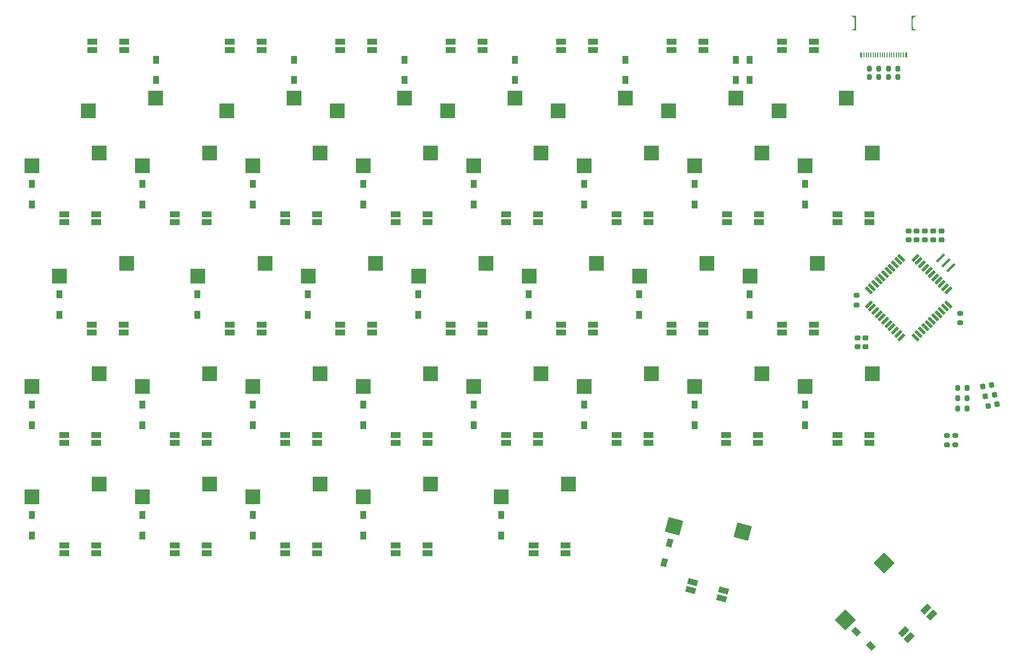
<source format=gbr>
G04 #@! TF.GenerationSoftware,KiCad,Pcbnew,(6.0.8)*
G04 #@! TF.CreationDate,2023-03-04T03:17:21+09:00*
G04 #@! TF.ProjectId,ma8ic_split_69_right,6d613869-635f-4737-906c-69745f36395f,0.1*
G04 #@! TF.SameCoordinates,Original*
G04 #@! TF.FileFunction,Paste,Top*
G04 #@! TF.FilePolarity,Positive*
%FSLAX46Y46*%
G04 Gerber Fmt 4.6, Leading zero omitted, Abs format (unit mm)*
G04 Created by KiCad (PCBNEW (6.0.8)) date 2023-03-04 03:17:21*
%MOMM*%
%LPD*%
G01*
G04 APERTURE LIST*
G04 Aperture macros list*
%AMRoundRect*
0 Rectangle with rounded corners*
0 $1 Rounding radius*
0 $2 $3 $4 $5 $6 $7 $8 $9 X,Y pos of 4 corners*
0 Add a 4 corners polygon primitive as box body*
4,1,4,$2,$3,$4,$5,$6,$7,$8,$9,$2,$3,0*
0 Add four circle primitives for the rounded corners*
1,1,$1+$1,$2,$3*
1,1,$1+$1,$4,$5*
1,1,$1+$1,$6,$7*
1,1,$1+$1,$8,$9*
0 Add four rect primitives between the rounded corners*
20,1,$1+$1,$2,$3,$4,$5,0*
20,1,$1+$1,$4,$5,$6,$7,0*
20,1,$1+$1,$6,$7,$8,$9,0*
20,1,$1+$1,$8,$9,$2,$3,0*%
%AMRotRect*
0 Rectangle, with rotation*
0 The origin of the aperture is its center*
0 $1 length*
0 $2 width*
0 $3 Rotation angle, in degrees counterclockwise*
0 Add horizontal line*
21,1,$1,$2,0,0,$3*%
G04 Aperture macros list end*
%ADD10C,0.000100*%
%ADD11R,2.600000X2.600000*%
%ADD12RotRect,2.600000X2.600000X165.000000*%
%ADD13RotRect,2.600000X2.600000X225.000000*%
%ADD14R,1.000000X1.400000*%
%ADD15RoundRect,0.225000X0.250000X-0.225000X0.250000X0.225000X-0.250000X0.225000X-0.250000X-0.225000X0*%
%ADD16RoundRect,0.200000X-0.200000X-0.275000X0.200000X-0.275000X0.200000X0.275000X-0.200000X0.275000X0*%
%ADD17R,1.700000X1.000000*%
%ADD18RoundRect,0.218750X-0.170929X-0.290343X0.259924X-0.214371X0.170929X0.290343X-0.259924X0.214371X0*%
%ADD19R,0.230000X0.850000*%
%ADD20R,0.460000X0.850000*%
%ADD21RoundRect,0.200000X0.275000X-0.200000X0.275000X0.200000X-0.275000X0.200000X-0.275000X-0.200000X0*%
%ADD22RoundRect,0.200000X0.200000X0.275000X-0.200000X0.275000X-0.200000X-0.275000X0.200000X-0.275000X0*%
%ADD23RotRect,1.700000X1.000000X345.000000*%
%ADD24RoundRect,0.200000X-0.275000X0.200000X-0.275000X-0.200000X0.275000X-0.200000X0.275000X0.200000X0*%
%ADD25RotRect,1.400000X1.000000X75.000000*%
%ADD26RotRect,0.400000X1.900000X315.000000*%
%ADD27RotRect,1.400000X1.000000X135.000000*%
%ADD28RotRect,1.500000X0.550000X135.000000*%
%ADD29RotRect,1.500000X0.550000X225.000000*%
%ADD30RotRect,1.700000X1.000000X45.000000*%
%ADD31RoundRect,0.225000X-0.250000X0.225000X-0.250000X-0.225000X0.250000X-0.225000X0.250000X0.225000X0*%
G04 APERTURE END LIST*
G04 #@! TO.C,J1*
G36*
X205176200Y-39518822D02*
G01*
X204476200Y-39518822D01*
X204507200Y-39517822D01*
X204539200Y-39515822D01*
X204570200Y-39511822D01*
X204601200Y-39505822D01*
X204631200Y-39498822D01*
X204661200Y-39489822D01*
X204691200Y-39478822D01*
X204720200Y-39466822D01*
X204748200Y-39453822D01*
X204776200Y-39438822D01*
X204803200Y-39421822D01*
X204829200Y-39403822D01*
X204854200Y-39384822D01*
X204877200Y-39364822D01*
X204900200Y-39342822D01*
X204922200Y-39319822D01*
X204942200Y-39296822D01*
X204961200Y-39271822D01*
X204979200Y-39245822D01*
X204996200Y-39218822D01*
X205011200Y-39190822D01*
X205024200Y-39162822D01*
X205036200Y-39133822D01*
X205047200Y-39103822D01*
X205056200Y-39073822D01*
X205063200Y-39043822D01*
X205069200Y-39012822D01*
X205073200Y-38981822D01*
X205075200Y-38949822D01*
X205076200Y-38918822D01*
X205076200Y-37718822D01*
X205075200Y-37687822D01*
X205073200Y-37655822D01*
X205069200Y-37624822D01*
X205063200Y-37593822D01*
X205056200Y-37563822D01*
X205047200Y-37533822D01*
X205036200Y-37503822D01*
X205024200Y-37474822D01*
X205011200Y-37446822D01*
X204996200Y-37418822D01*
X204979200Y-37391822D01*
X204961200Y-37365822D01*
X204942200Y-37340822D01*
X204922200Y-37317822D01*
X204900200Y-37294822D01*
X204877200Y-37272822D01*
X204854200Y-37252822D01*
X204829200Y-37233822D01*
X204803200Y-37215822D01*
X204776200Y-37198822D01*
X204748200Y-37183822D01*
X204720200Y-37170822D01*
X204691200Y-37158822D01*
X204661200Y-37147822D01*
X204631200Y-37138822D01*
X204601200Y-37131822D01*
X204570200Y-37125822D01*
X204539200Y-37121822D01*
X204507200Y-37119822D01*
X204476200Y-37118822D01*
X205176200Y-37118822D01*
X205176200Y-39518822D01*
G37*
D10*
X205176200Y-39518822D02*
X204476200Y-39518822D01*
X204507200Y-39517822D01*
X204539200Y-39515822D01*
X204570200Y-39511822D01*
X204601200Y-39505822D01*
X204631200Y-39498822D01*
X204661200Y-39489822D01*
X204691200Y-39478822D01*
X204720200Y-39466822D01*
X204748200Y-39453822D01*
X204776200Y-39438822D01*
X204803200Y-39421822D01*
X204829200Y-39403822D01*
X204854200Y-39384822D01*
X204877200Y-39364822D01*
X204900200Y-39342822D01*
X204922200Y-39319822D01*
X204942200Y-39296822D01*
X204961200Y-39271822D01*
X204979200Y-39245822D01*
X204996200Y-39218822D01*
X205011200Y-39190822D01*
X205024200Y-39162822D01*
X205036200Y-39133822D01*
X205047200Y-39103822D01*
X205056200Y-39073822D01*
X205063200Y-39043822D01*
X205069200Y-39012822D01*
X205073200Y-38981822D01*
X205075200Y-38949822D01*
X205076200Y-38918822D01*
X205076200Y-37718822D01*
X205075200Y-37687822D01*
X205073200Y-37655822D01*
X205069200Y-37624822D01*
X205063200Y-37593822D01*
X205056200Y-37563822D01*
X205047200Y-37533822D01*
X205036200Y-37503822D01*
X205024200Y-37474822D01*
X205011200Y-37446822D01*
X204996200Y-37418822D01*
X204979200Y-37391822D01*
X204961200Y-37365822D01*
X204942200Y-37340822D01*
X204922200Y-37317822D01*
X204900200Y-37294822D01*
X204877200Y-37272822D01*
X204854200Y-37252822D01*
X204829200Y-37233822D01*
X204803200Y-37215822D01*
X204776200Y-37198822D01*
X204748200Y-37183822D01*
X204720200Y-37170822D01*
X204691200Y-37158822D01*
X204661200Y-37147822D01*
X204631200Y-37138822D01*
X204601200Y-37131822D01*
X204570200Y-37125822D01*
X204539200Y-37121822D01*
X204507200Y-37119822D01*
X204476200Y-37118822D01*
X205176200Y-37118822D01*
X205176200Y-39518822D01*
G36*
X215545200Y-37119822D02*
G01*
X215513200Y-37121822D01*
X215482200Y-37125822D01*
X215451200Y-37131822D01*
X215421200Y-37138822D01*
X215391200Y-37147822D01*
X215361200Y-37158822D01*
X215332200Y-37170822D01*
X215304200Y-37183822D01*
X215276200Y-37198822D01*
X215249200Y-37215822D01*
X215223200Y-37233822D01*
X215198200Y-37252822D01*
X215175200Y-37272822D01*
X215152200Y-37294822D01*
X215130200Y-37317822D01*
X215110200Y-37340822D01*
X215091200Y-37365822D01*
X215073200Y-37391822D01*
X215056200Y-37418822D01*
X215041200Y-37446822D01*
X215028200Y-37474822D01*
X215016200Y-37503822D01*
X215005200Y-37533822D01*
X214996200Y-37563822D01*
X214989200Y-37593822D01*
X214983200Y-37624822D01*
X214979200Y-37655822D01*
X214977200Y-37687822D01*
X214976200Y-37718822D01*
X214976200Y-38918822D01*
X214977200Y-38949822D01*
X214979200Y-38981822D01*
X214983200Y-39012822D01*
X214989200Y-39043822D01*
X214996200Y-39073822D01*
X215005200Y-39103822D01*
X215016200Y-39133822D01*
X215028200Y-39162822D01*
X215041200Y-39190822D01*
X215056200Y-39218822D01*
X215073200Y-39245822D01*
X215091200Y-39271822D01*
X215110200Y-39296822D01*
X215130200Y-39319822D01*
X215152200Y-39342822D01*
X215175200Y-39364822D01*
X215198200Y-39384822D01*
X215223200Y-39403822D01*
X215249200Y-39421822D01*
X215276200Y-39438822D01*
X215304200Y-39453822D01*
X215332200Y-39466822D01*
X215361200Y-39478822D01*
X215391200Y-39489822D01*
X215421200Y-39498822D01*
X215451200Y-39505822D01*
X215482200Y-39511822D01*
X215513200Y-39515822D01*
X215545200Y-39517822D01*
X215576200Y-39518822D01*
X214876200Y-39518822D01*
X214876200Y-37118822D01*
X215576200Y-37118822D01*
X215545200Y-37119822D01*
G37*
X215545200Y-37119822D02*
X215513200Y-37121822D01*
X215482200Y-37125822D01*
X215451200Y-37131822D01*
X215421200Y-37138822D01*
X215391200Y-37147822D01*
X215361200Y-37158822D01*
X215332200Y-37170822D01*
X215304200Y-37183822D01*
X215276200Y-37198822D01*
X215249200Y-37215822D01*
X215223200Y-37233822D01*
X215198200Y-37252822D01*
X215175200Y-37272822D01*
X215152200Y-37294822D01*
X215130200Y-37317822D01*
X215110200Y-37340822D01*
X215091200Y-37365822D01*
X215073200Y-37391822D01*
X215056200Y-37418822D01*
X215041200Y-37446822D01*
X215028200Y-37474822D01*
X215016200Y-37503822D01*
X215005200Y-37533822D01*
X214996200Y-37563822D01*
X214989200Y-37593822D01*
X214983200Y-37624822D01*
X214979200Y-37655822D01*
X214977200Y-37687822D01*
X214976200Y-37718822D01*
X214976200Y-38918822D01*
X214977200Y-38949822D01*
X214979200Y-38981822D01*
X214983200Y-39012822D01*
X214989200Y-39043822D01*
X214996200Y-39073822D01*
X215005200Y-39103822D01*
X215016200Y-39133822D01*
X215028200Y-39162822D01*
X215041200Y-39190822D01*
X215056200Y-39218822D01*
X215073200Y-39245822D01*
X215091200Y-39271822D01*
X215110200Y-39296822D01*
X215130200Y-39319822D01*
X215152200Y-39342822D01*
X215175200Y-39364822D01*
X215198200Y-39384822D01*
X215223200Y-39403822D01*
X215249200Y-39421822D01*
X215276200Y-39438822D01*
X215304200Y-39453822D01*
X215332200Y-39466822D01*
X215361200Y-39478822D01*
X215391200Y-39489822D01*
X215421200Y-39498822D01*
X215451200Y-39505822D01*
X215482200Y-39511822D01*
X215513200Y-39515822D01*
X215545200Y-39517822D01*
X215576200Y-39518822D01*
X214876200Y-39518822D01*
X214876200Y-37118822D01*
X215576200Y-37118822D01*
X215545200Y-37119822D01*
G04 #@! TD*
D11*
G04 #@! TO.C,SW6*
X165462500Y-51325000D03*
X153862500Y-53525000D03*
G04 #@! TD*
D12*
G04 #@! TO.C,SW37*
X173915446Y-125246626D03*
X185689588Y-126123890D03*
G04 #@! TD*
D11*
G04 #@! TO.C,SW28*
X139337500Y-101075000D03*
X150937500Y-98875000D03*
G04 #@! TD*
G04 #@! TO.C,SW22*
X167912500Y-82025000D03*
X179512500Y-79825000D03*
G04 #@! TD*
G04 #@! TO.C,SW21*
X148862500Y-82025000D03*
X160462500Y-79825000D03*
G04 #@! TD*
G04 #@! TO.C,SW32*
X63137500Y-120125000D03*
X74737500Y-117925000D03*
G04 #@! TD*
G04 #@! TO.C,SW4*
X127362500Y-51325000D03*
X115762500Y-53525000D03*
G04 #@! TD*
G04 #@! TO.C,SW31*
X196487500Y-101075000D03*
X208087500Y-98875000D03*
G04 #@! TD*
G04 #@! TO.C,SW27*
X120287500Y-101075000D03*
X131887500Y-98875000D03*
G04 #@! TD*
G04 #@! TO.C,SW11*
X101237500Y-62975000D03*
X112837500Y-60775000D03*
G04 #@! TD*
G04 #@! TO.C,SW12*
X120287500Y-62975000D03*
X131887500Y-60775000D03*
G04 #@! TD*
G04 #@! TO.C,SW33*
X82187500Y-120125000D03*
X93787500Y-117925000D03*
G04 #@! TD*
G04 #@! TO.C,SW34*
X101237500Y-120125000D03*
X112837500Y-117925000D03*
G04 #@! TD*
G04 #@! TO.C,SW2*
X84500000Y-51325000D03*
X72900000Y-53525000D03*
G04 #@! TD*
G04 #@! TO.C,SW29*
X158387500Y-101075000D03*
X169987500Y-98875000D03*
G04 #@! TD*
G04 #@! TO.C,SW16*
X196487500Y-62975000D03*
X208087500Y-60775000D03*
G04 #@! TD*
G04 #@! TO.C,SW9*
X63137500Y-62975000D03*
X74737500Y-60775000D03*
G04 #@! TD*
G04 #@! TO.C,SW18*
X91712500Y-82025000D03*
X103312500Y-79825000D03*
G04 #@! TD*
G04 #@! TO.C,SW20*
X129812500Y-82025000D03*
X141412500Y-79825000D03*
G04 #@! TD*
G04 #@! TO.C,SW8*
X203562500Y-51325000D03*
X191962500Y-53525000D03*
G04 #@! TD*
G04 #@! TO.C,SW15*
X177437500Y-62975000D03*
X189037500Y-60775000D03*
G04 #@! TD*
G04 #@! TO.C,SW23*
X186962500Y-82025000D03*
X198562500Y-79825000D03*
G04 #@! TD*
G04 #@! TO.C,SW10*
X82187500Y-62975000D03*
X93787500Y-60775000D03*
G04 #@! TD*
G04 #@! TO.C,SW17*
X67900000Y-82025000D03*
X79500000Y-79825000D03*
G04 #@! TD*
G04 #@! TO.C,SW13*
X139337500Y-62975000D03*
X150937500Y-60775000D03*
G04 #@! TD*
G04 #@! TO.C,SW26*
X101237500Y-101075000D03*
X112837500Y-98875000D03*
G04 #@! TD*
G04 #@! TO.C,SW7*
X184512500Y-51325000D03*
X172912500Y-53525000D03*
G04 #@! TD*
G04 #@! TO.C,SW3*
X108312500Y-51325000D03*
X96712500Y-53525000D03*
G04 #@! TD*
G04 #@! TO.C,SW24*
X63137500Y-101075000D03*
X74737500Y-98875000D03*
G04 #@! TD*
G04 #@! TO.C,SW36*
X144100000Y-120125000D03*
X155700000Y-117925000D03*
G04 #@! TD*
G04 #@! TO.C,SW19*
X110762500Y-82025000D03*
X122362500Y-79825000D03*
G04 #@! TD*
G04 #@! TO.C,SW5*
X146412500Y-51325000D03*
X134812500Y-53525000D03*
G04 #@! TD*
G04 #@! TO.C,SW14*
X158387500Y-62975000D03*
X169987500Y-60775000D03*
G04 #@! TD*
G04 #@! TO.C,SW35*
X120287355Y-120124855D03*
X131887355Y-117924855D03*
G04 #@! TD*
G04 #@! TO.C,SW25*
X82187500Y-101075000D03*
X93787500Y-98875000D03*
G04 #@! TD*
G04 #@! TO.C,SW30*
X177437500Y-101075000D03*
X189037500Y-98875000D03*
G04 #@! TD*
D13*
G04 #@! TO.C,SW38*
X203445969Y-141365191D03*
X210092772Y-131607118D03*
G04 #@! TD*
D14*
G04 #@! TO.C,D37*
X120253125Y-126790625D03*
X120253125Y-123240625D03*
G04 #@! TD*
D15*
G04 #@! TO.C,C6*
X218598700Y-75784340D03*
X218598700Y-74234340D03*
G04 #@! TD*
D14*
G04 #@! TO.C,D8*
X165497046Y-48209454D03*
X165497046Y-44659454D03*
G04 #@! TD*
D16*
G04 #@! TO.C,R2*
X210867774Y-46196215D03*
X212517774Y-46196215D03*
G04 #@! TD*
D15*
G04 #@! TO.C,C7*
X220027450Y-75784340D03*
X220027450Y-74234340D03*
G04 #@! TD*
D17*
G04 #@! TO.C,D48*
X74186560Y-109432945D03*
X74186560Y-110832945D03*
X68686560Y-110832945D03*
X68686560Y-109432945D03*
G04 #@! TD*
D18*
G04 #@! TO.C,D3*
X228062539Y-104435463D03*
X229613611Y-104161967D03*
G04 #@! TD*
D14*
G04 #@! TO.C,D33*
X196453125Y-107740625D03*
X196453125Y-104190625D03*
G04 #@! TD*
D17*
G04 #@! TO.C,D61*
X102761680Y-90383195D03*
X102761680Y-91783195D03*
X97261680Y-91783195D03*
X97261680Y-90383195D03*
G04 #@! TD*
D19*
G04 #@! TO.C,J1*
X212226200Y-43843822D03*
X211826200Y-43843822D03*
X211426200Y-43843822D03*
X211026200Y-43843822D03*
X210626200Y-43843822D03*
X210226200Y-43843822D03*
X209826200Y-43843822D03*
X209426200Y-43843822D03*
X209026200Y-43843822D03*
X208626200Y-43843822D03*
X208226200Y-43843822D03*
X207826200Y-43843822D03*
X206626200Y-43843822D03*
X207026200Y-43843822D03*
X207426200Y-43843822D03*
X212626200Y-43843822D03*
X213026200Y-43843822D03*
X213426200Y-43843822D03*
D20*
X213941200Y-43843822D03*
X206111200Y-43843822D03*
G04 #@! TD*
D17*
G04 #@! TO.C,D75*
X121811952Y-41567365D03*
X121811952Y-42967365D03*
X116311952Y-42967365D03*
X116311952Y-41567365D03*
G04 #@! TD*
D14*
G04 #@! TO.C,D10*
X186928314Y-48209454D03*
X186928314Y-44659454D03*
G04 #@! TD*
D21*
G04 #@! TO.C,R6*
X223242407Y-90121990D03*
X223242407Y-88471990D03*
G04 #@! TD*
D14*
G04 #@! TO.C,D17*
X177403322Y-69640722D03*
X177403322Y-66090722D03*
G04 #@! TD*
D17*
G04 #@! TO.C,D60*
X121811760Y-90383195D03*
X121811760Y-91783195D03*
X116311760Y-91783195D03*
X116311760Y-90383195D03*
G04 #@! TD*
D22*
G04 #@! TO.C,R8*
X224424325Y-103108090D03*
X222774325Y-103108090D03*
G04 #@! TD*
D23*
G04 #@! TO.C,D42*
X182415469Y-136306604D03*
X182053123Y-137658900D03*
X176740531Y-136235396D03*
X177102877Y-134883100D03*
G04 #@! TD*
D14*
G04 #@! TO.C,D26*
X63103218Y-107740754D03*
X63103218Y-104190754D03*
G04 #@! TD*
D24*
G04 #@! TO.C,R10*
X222408700Y-109537465D03*
X222408700Y-111187465D03*
G04 #@! TD*
D14*
G04 #@! TO.C,D14*
X120253274Y-69640722D03*
X120253274Y-66090722D03*
G04 #@! TD*
D17*
G04 #@! TO.C,D70*
X207537120Y-71333115D03*
X207537120Y-72733115D03*
X202037120Y-72733115D03*
X202037120Y-71333115D03*
G04 #@! TD*
D14*
G04 #@! TO.C,D31*
X158353322Y-107740754D03*
X158353322Y-104190754D03*
G04 #@! TD*
G04 #@! TO.C,D21*
X110728266Y-88690738D03*
X110728266Y-85140738D03*
G04 #@! TD*
G04 #@! TO.C,D4*
X84534375Y-48209454D03*
X84534375Y-44659454D03*
G04 #@! TD*
G04 #@! TO.C,D30*
X139303306Y-107740754D03*
X139303306Y-104190754D03*
G04 #@! TD*
D17*
G04 #@! TO.C,D72*
X178962000Y-41567365D03*
X178962000Y-42967365D03*
X173462000Y-42967365D03*
X173462000Y-41567365D03*
G04 #@! TD*
D14*
G04 #@! TO.C,D28*
X101203274Y-107740754D03*
X101203274Y-104190754D03*
G04 #@! TD*
D25*
G04 #@! TO.C,D39*
X172180706Y-131493188D03*
X173099514Y-128064152D03*
G04 #@! TD*
D14*
G04 #@! TO.C,D25*
X186927670Y-88690990D03*
X186927670Y-85140990D03*
G04 #@! TD*
D24*
G04 #@! TO.C,R11*
X220979950Y-109537465D03*
X220979950Y-111187465D03*
G04 #@! TD*
D17*
G04 #@! TO.C,D71*
X198012080Y-41567263D03*
X198012080Y-42967263D03*
X192512080Y-42967263D03*
X192512080Y-41567263D03*
G04 #@! TD*
G04 #@! TO.C,D46*
X93236768Y-128482961D03*
X93236768Y-129882961D03*
X87736768Y-129882961D03*
X87736768Y-128482961D03*
G04 #@! TD*
G04 #@! TO.C,D56*
X198012080Y-90383195D03*
X198012080Y-91783195D03*
X192512080Y-91783195D03*
X192512080Y-90383195D03*
G04 #@! TD*
G04 #@! TO.C,D76*
X102761680Y-41567365D03*
X102761680Y-42967365D03*
X97261680Y-42967365D03*
X97261680Y-41567365D03*
G04 #@! TD*
D14*
G04 #@! TO.C,D29*
X120253290Y-107740754D03*
X120253290Y-104190754D03*
G04 #@! TD*
G04 #@! TO.C,D15*
X139303290Y-69640722D03*
X139303290Y-66090722D03*
G04 #@! TD*
D26*
G04 #@! TO.C,X1*
X219893034Y-78923682D03*
X220741562Y-79772210D03*
X221590090Y-80620738D03*
G04 #@! TD*
D27*
G04 #@! TO.C,D40*
X207828180Y-145916660D03*
X205317950Y-143406430D03*
G04 #@! TD*
D17*
G04 #@! TO.C,D66*
X131336672Y-71333115D03*
X131336672Y-72733115D03*
X125836672Y-72733115D03*
X125836672Y-71333115D03*
G04 #@! TD*
G04 #@! TO.C,D77*
X79068143Y-41567365D03*
X79068143Y-42967365D03*
X73568143Y-42967365D03*
X73568143Y-41567365D03*
G04 #@! TD*
D14*
G04 #@! TO.C,D32*
X177403125Y-107740625D03*
X177403125Y-104190625D03*
G04 #@! TD*
D24*
G04 #@! TO.C,R7*
X205383017Y-85376215D03*
X205383017Y-87026215D03*
G04 #@! TD*
D22*
G04 #@! TO.C,R4*
X209184010Y-46196215D03*
X207534010Y-46196215D03*
G04 #@! TD*
D15*
G04 #@! TO.C,C2*
X206930254Y-94239455D03*
X206930254Y-92689455D03*
G04 #@! TD*
D17*
G04 #@! TO.C,D44*
X131336800Y-128482961D03*
X131336800Y-129882961D03*
X125836800Y-129882961D03*
X125836800Y-128482961D03*
G04 #@! TD*
D14*
G04 #@! TO.C,D22*
X129778282Y-88690738D03*
X129778282Y-85140738D03*
G04 #@! TD*
D28*
G04 #@! TO.C,U1*
X215514794Y-92584048D03*
X216080479Y-92018362D03*
X216646164Y-91452677D03*
X217211850Y-90886992D03*
X217777535Y-90321306D03*
X218343221Y-89755621D03*
X218908906Y-89189935D03*
X219474592Y-88624250D03*
X220040277Y-88058564D03*
X220605962Y-87492879D03*
X221171648Y-86927194D03*
D29*
X221171648Y-84523030D03*
X220605962Y-83957345D03*
X220040277Y-83391660D03*
X219474592Y-82825974D03*
X218908906Y-82260289D03*
X218343221Y-81694603D03*
X217777535Y-81128918D03*
X217211850Y-80563232D03*
X216646164Y-79997547D03*
X216080479Y-79431862D03*
X215514794Y-78866176D03*
D28*
X213110630Y-78866176D03*
X212544945Y-79431862D03*
X211979260Y-79997547D03*
X211413574Y-80563232D03*
X210847889Y-81128918D03*
X210282203Y-81694603D03*
X209716518Y-82260289D03*
X209150832Y-82825974D03*
X208585147Y-83391660D03*
X208019462Y-83957345D03*
X207453776Y-84523030D03*
D29*
X207453776Y-86927194D03*
X208019462Y-87492879D03*
X208585147Y-88058564D03*
X209150832Y-88624250D03*
X209716518Y-89189935D03*
X210282203Y-89755621D03*
X210847889Y-90321306D03*
X211413574Y-90886992D03*
X211979260Y-91452677D03*
X212544945Y-92018362D03*
X213110630Y-92584048D03*
G04 #@! TD*
D14*
G04 #@! TO.C,D7*
X146447030Y-48209454D03*
X146447030Y-44659454D03*
G04 #@! TD*
G04 #@! TO.C,D35*
X82153234Y-126790770D03*
X82153234Y-123240770D03*
G04 #@! TD*
G04 #@! TO.C,D23*
X148828298Y-88690738D03*
X148828298Y-85140738D03*
G04 #@! TD*
G04 #@! TO.C,D20*
X91678250Y-88690738D03*
X91678250Y-85140738D03*
G04 #@! TD*
D17*
G04 #@! TO.C,D63*
X74186560Y-71333115D03*
X74186560Y-72733115D03*
X68686560Y-72733115D03*
X68686560Y-71333115D03*
G04 #@! TD*
G04 #@! TO.C,D65*
X112286656Y-71333115D03*
X112286656Y-72733115D03*
X106786656Y-72733115D03*
X106786656Y-71333115D03*
G04 #@! TD*
D14*
G04 #@! TO.C,D19*
X67865726Y-88690738D03*
X67865726Y-85140738D03*
G04 #@! TD*
D17*
G04 #@! TO.C,D52*
X150386624Y-109432945D03*
X150386624Y-110832945D03*
X144886624Y-110832945D03*
X144886624Y-109432945D03*
G04 #@! TD*
D14*
G04 #@! TO.C,D24*
X167878314Y-88690738D03*
X167878314Y-85140738D03*
G04 #@! TD*
D17*
G04 #@! TO.C,D62*
X78949080Y-90383195D03*
X78949080Y-91783195D03*
X73449080Y-91783195D03*
X73449080Y-90383195D03*
G04 #@! TD*
D22*
G04 #@! TO.C,R3*
X209184010Y-47624965D03*
X207534010Y-47624965D03*
G04 #@! TD*
D14*
G04 #@! TO.C,D16*
X158353306Y-69640722D03*
X158353306Y-66090722D03*
G04 #@! TD*
G04 #@! TO.C,D27*
X82153258Y-107740754D03*
X82153258Y-104190754D03*
G04 #@! TD*
D17*
G04 #@! TO.C,D55*
X207537120Y-109433275D03*
X207537120Y-110833275D03*
X202037120Y-110833275D03*
X202037120Y-109433275D03*
G04 #@! TD*
G04 #@! TO.C,D45*
X112286784Y-128482961D03*
X112286784Y-129882961D03*
X106786784Y-129882961D03*
X106786784Y-128482961D03*
G04 #@! TD*
D22*
G04 #@! TO.C,R5*
X224424325Y-101322151D03*
X222774325Y-101322151D03*
G04 #@! TD*
D17*
G04 #@! TO.C,D74*
X140861968Y-41567365D03*
X140861968Y-42967365D03*
X135361968Y-42967365D03*
X135361968Y-41567365D03*
G04 #@! TD*
D14*
G04 #@! TO.C,D36*
X101203250Y-126790770D03*
X101203250Y-123240770D03*
G04 #@! TD*
D30*
G04 #@! TO.C,D41*
X217349569Y-139546482D03*
X218339518Y-140536431D03*
X214450431Y-144425518D03*
X213460482Y-143435569D03*
G04 #@! TD*
D14*
G04 #@! TO.C,D12*
X82153242Y-69640722D03*
X82153242Y-66090722D03*
G04 #@! TD*
G04 #@! TO.C,D5*
X108346998Y-48209454D03*
X108346998Y-44659454D03*
G04 #@! TD*
G04 #@! TO.C,D38*
X144064990Y-126791150D03*
X144064990Y-123241150D03*
G04 #@! TD*
D15*
G04 #@! TO.C,C4*
X215741200Y-75784340D03*
X215741200Y-74234340D03*
G04 #@! TD*
D17*
G04 #@! TO.C,D51*
X131336608Y-109432945D03*
X131336608Y-110832945D03*
X125836608Y-110832945D03*
X125836608Y-109432945D03*
G04 #@! TD*
G04 #@! TO.C,D43*
X155149400Y-128483355D03*
X155149400Y-129883355D03*
X149649400Y-129883355D03*
X149649400Y-128483355D03*
G04 #@! TD*
G04 #@! TO.C,D50*
X112286592Y-109432945D03*
X112286592Y-110832945D03*
X106786592Y-110832945D03*
X106786592Y-109432945D03*
G04 #@! TD*
G04 #@! TO.C,D47*
X74187600Y-128483355D03*
X74187600Y-129883355D03*
X68687600Y-129883355D03*
X68687600Y-128483355D03*
G04 #@! TD*
D16*
G04 #@! TO.C,R1*
X210867774Y-47624965D03*
X212517774Y-47624965D03*
G04 #@! TD*
D17*
G04 #@! TO.C,D58*
X159911920Y-90383195D03*
X159911920Y-91783195D03*
X154411920Y-91783195D03*
X154411920Y-90383195D03*
G04 #@! TD*
D31*
G04 #@! TO.C,C1*
X205501498Y-92689455D03*
X205501498Y-94239455D03*
G04 #@! TD*
D17*
G04 #@! TO.C,D64*
X93236640Y-71333115D03*
X93236640Y-72733115D03*
X87736640Y-72733115D03*
X87736640Y-71333115D03*
G04 #@! TD*
G04 #@! TO.C,D53*
X169436960Y-109433275D03*
X169436960Y-110833275D03*
X163936960Y-110833275D03*
X163936960Y-109433275D03*
G04 #@! TD*
G04 #@! TO.C,D59*
X140861840Y-90383195D03*
X140861840Y-91783195D03*
X135361840Y-91783195D03*
X135361840Y-90383195D03*
G04 #@! TD*
D14*
G04 #@! TO.C,D13*
X101203258Y-69640722D03*
X101203258Y-66090722D03*
G04 #@! TD*
G04 #@! TO.C,D34*
X63103218Y-126790770D03*
X63103218Y-123240770D03*
G04 #@! TD*
G04 #@! TO.C,D18*
X196453125Y-69640625D03*
X196453125Y-66090625D03*
G04 #@! TD*
D17*
G04 #@! TO.C,D68*
X169436960Y-71333115D03*
X169436960Y-72733115D03*
X163936960Y-72733115D03*
X163936960Y-71333115D03*
G04 #@! TD*
G04 #@! TO.C,D69*
X188487040Y-71333115D03*
X188487040Y-72733115D03*
X182987040Y-72733115D03*
X182987040Y-71333115D03*
G04 #@! TD*
D18*
G04 #@! TO.C,D1*
X227110039Y-101101713D03*
X228661111Y-100828217D03*
G04 #@! TD*
D15*
G04 #@! TO.C,C3*
X214312450Y-75784340D03*
X214312450Y-74234340D03*
G04 #@! TD*
D17*
G04 #@! TO.C,D49*
X93236576Y-109432945D03*
X93236576Y-110832945D03*
X87736576Y-110832945D03*
X87736576Y-109432945D03*
G04 #@! TD*
D14*
G04 #@! TO.C,D11*
X63103222Y-69640722D03*
X63103222Y-66090722D03*
G04 #@! TD*
D15*
G04 #@! TO.C,C5*
X217169950Y-75784340D03*
X217169950Y-74234340D03*
G04 #@! TD*
D17*
G04 #@! TO.C,D57*
X178962000Y-90383195D03*
X178962000Y-91783195D03*
X173462000Y-91783195D03*
X173462000Y-90383195D03*
G04 #@! TD*
G04 #@! TO.C,D73*
X159911984Y-41567365D03*
X159911984Y-42967365D03*
X154411984Y-42967365D03*
X154411984Y-41567365D03*
G04 #@! TD*
D18*
G04 #@! TO.C,D2*
X227586289Y-102768588D03*
X229137361Y-102495092D03*
G04 #@! TD*
D16*
G04 #@! TO.C,R9*
X222774325Y-104894029D03*
X224424325Y-104894029D03*
G04 #@! TD*
D14*
G04 #@! TO.C,D6*
X127397014Y-48209454D03*
X127397014Y-44659454D03*
G04 #@! TD*
G04 #@! TO.C,D9*
X184547062Y-48209454D03*
X184547062Y-44659454D03*
G04 #@! TD*
D17*
G04 #@! TO.C,D54*
X188367977Y-109433275D03*
X188367977Y-110833275D03*
X182867977Y-110833275D03*
X182867977Y-109433275D03*
G04 #@! TD*
G04 #@! TO.C,D67*
X150386688Y-71333115D03*
X150386688Y-72733115D03*
X144886688Y-72733115D03*
X144886688Y-71333115D03*
G04 #@! TD*
M02*

</source>
